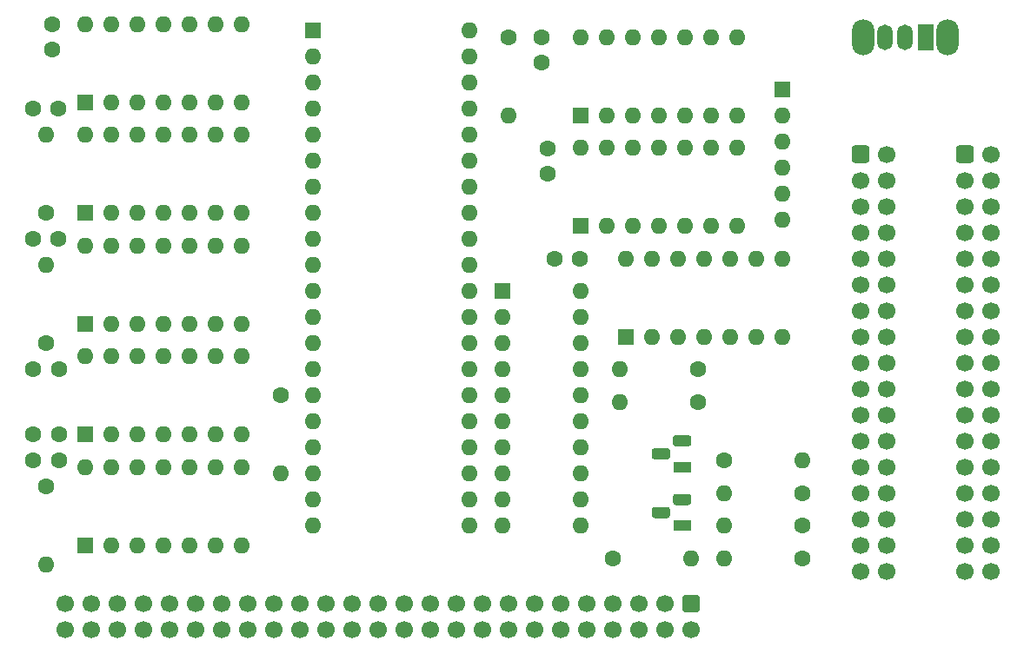
<source format=gbs>
G04 #@! TF.GenerationSoftware,KiCad,Pcbnew,(5.1.12)-1*
G04 #@! TF.CreationDate,2024-01-30T17:24:50+00:00*
G04 #@! TF.ProjectId,CPC-DDI20,4350432d-4444-4493-9230-2e6b69636164,rev?*
G04 #@! TF.SameCoordinates,Original*
G04 #@! TF.FileFunction,Soldermask,Bot*
G04 #@! TF.FilePolarity,Negative*
%FSLAX46Y46*%
G04 Gerber Fmt 4.6, Leading zero omitted, Abs format (unit mm)*
G04 Created by KiCad (PCBNEW (5.1.12)-1) date 2024-01-30 17:24:50*
%MOMM*%
%LPD*%
G01*
G04 APERTURE LIST*
%ADD10O,1.600000X1.600000*%
%ADD11R,1.600000X1.600000*%
%ADD12O,2.200000X3.500000*%
%ADD13O,1.500000X2.500000*%
%ADD14R,1.500000X2.500000*%
%ADD15C,1.600000*%
%ADD16C,1.700000*%
%ADD17R,1.800000X1.100000*%
G04 APERTURE END LIST*
D10*
X208915000Y-117475000D03*
X224155000Y-125095000D03*
X211455000Y-117475000D03*
X221615000Y-125095000D03*
X213995000Y-117475000D03*
X219075000Y-125095000D03*
X216535000Y-117475000D03*
X216535000Y-125095000D03*
X219075000Y-117475000D03*
X213995000Y-125095000D03*
X221615000Y-117475000D03*
X211455000Y-125095000D03*
X224155000Y-117475000D03*
D11*
X208915000Y-125095000D03*
D10*
X160655000Y-127000000D03*
X175895000Y-134620000D03*
X163195000Y-127000000D03*
X173355000Y-134620000D03*
X165735000Y-127000000D03*
X170815000Y-134620000D03*
X168275000Y-127000000D03*
X168275000Y-134620000D03*
X170815000Y-127000000D03*
X165735000Y-134620000D03*
X173355000Y-127000000D03*
X163195000Y-134620000D03*
X175895000Y-127000000D03*
D11*
X160655000Y-134620000D03*
D12*
X236470000Y-106680000D03*
X244670000Y-106680000D03*
D13*
X238570000Y-106680000D03*
X240570000Y-106680000D03*
D14*
X242570000Y-106680000D03*
D15*
X155615000Y-145415000D03*
X158115000Y-145415000D03*
D10*
X228600000Y-124460000D03*
X228600000Y-121920000D03*
X228600000Y-119380000D03*
X228600000Y-116840000D03*
X228600000Y-114300000D03*
D11*
X228600000Y-111760000D03*
D10*
X160655000Y-137795000D03*
X175895000Y-145415000D03*
X163195000Y-137795000D03*
X173355000Y-145415000D03*
X165735000Y-137795000D03*
X170815000Y-145415000D03*
X168275000Y-137795000D03*
X168275000Y-145415000D03*
X170815000Y-137795000D03*
X165735000Y-145415000D03*
X173355000Y-137795000D03*
X163195000Y-145415000D03*
X175895000Y-137795000D03*
D11*
X160655000Y-145415000D03*
D16*
X158750000Y-164465000D03*
X161290000Y-164465000D03*
X163830000Y-164465000D03*
X166370000Y-164465000D03*
X168910000Y-164465000D03*
X171450000Y-164465000D03*
X173990000Y-164465000D03*
X176530000Y-164465000D03*
X179070000Y-164465000D03*
X181610000Y-164465000D03*
X184150000Y-164465000D03*
X186690000Y-164465000D03*
X189230000Y-164465000D03*
X191770000Y-164465000D03*
X194310000Y-164465000D03*
X196850000Y-164465000D03*
X199390000Y-164465000D03*
X201930000Y-164465000D03*
X204470000Y-164465000D03*
X207010000Y-164465000D03*
X209550000Y-164465000D03*
X212090000Y-164465000D03*
X214630000Y-164465000D03*
X217170000Y-164465000D03*
X219710000Y-164465000D03*
X158750000Y-161925000D03*
X161290000Y-161925000D03*
X163830000Y-161925000D03*
X166370000Y-161925000D03*
X168910000Y-161925000D03*
X171450000Y-161925000D03*
X173990000Y-161925000D03*
X176530000Y-161925000D03*
X179070000Y-161925000D03*
X181610000Y-161925000D03*
X184150000Y-161925000D03*
X186690000Y-161925000D03*
X189230000Y-161925000D03*
X191770000Y-161925000D03*
X194310000Y-161925000D03*
X196850000Y-161925000D03*
X199390000Y-161925000D03*
X201930000Y-161925000D03*
X204470000Y-161925000D03*
X207010000Y-161925000D03*
X209550000Y-161925000D03*
X212090000Y-161925000D03*
X214630000Y-161925000D03*
X217170000Y-161925000D03*
G36*
G01*
X219110000Y-161075000D02*
X220310000Y-161075000D01*
G75*
G02*
X220560000Y-161325000I0J-250000D01*
G01*
X220560000Y-162525000D01*
G75*
G02*
X220310000Y-162775000I-250000J0D01*
G01*
X219110000Y-162775000D01*
G75*
G02*
X218860000Y-162525000I0J250000D01*
G01*
X218860000Y-161325000D01*
G75*
G02*
X219110000Y-161075000I250000J0D01*
G01*
G37*
D17*
X218840000Y-148590000D03*
G36*
G01*
X219465000Y-146600000D02*
X218215000Y-146600000D01*
G75*
G02*
X217940000Y-146325000I0J275000D01*
G01*
X217940000Y-145775000D01*
G75*
G02*
X218215000Y-145500000I275000J0D01*
G01*
X219465000Y-145500000D01*
G75*
G02*
X219740000Y-145775000I0J-275000D01*
G01*
X219740000Y-146325000D01*
G75*
G02*
X219465000Y-146600000I-275000J0D01*
G01*
G37*
G36*
G01*
X217395000Y-147870000D02*
X216145000Y-147870000D01*
G75*
G02*
X215870000Y-147595000I0J275000D01*
G01*
X215870000Y-147045000D01*
G75*
G02*
X216145000Y-146770000I275000J0D01*
G01*
X217395000Y-146770000D01*
G75*
G02*
X217670000Y-147045000I0J-275000D01*
G01*
X217670000Y-147595000D01*
G75*
G02*
X217395000Y-147870000I-275000J0D01*
G01*
G37*
X218840000Y-154305000D03*
G36*
G01*
X219465000Y-152315000D02*
X218215000Y-152315000D01*
G75*
G02*
X217940000Y-152040000I0J275000D01*
G01*
X217940000Y-151490000D01*
G75*
G02*
X218215000Y-151215000I275000J0D01*
G01*
X219465000Y-151215000D01*
G75*
G02*
X219740000Y-151490000I0J-275000D01*
G01*
X219740000Y-152040000D01*
G75*
G02*
X219465000Y-152315000I-275000J0D01*
G01*
G37*
G36*
G01*
X217395000Y-153585000D02*
X216145000Y-153585000D01*
G75*
G02*
X215870000Y-153310000I0J275000D01*
G01*
X215870000Y-152760000D01*
G75*
G02*
X216145000Y-152485000I275000J0D01*
G01*
X217395000Y-152485000D01*
G75*
G02*
X217670000Y-152760000I0J-275000D01*
G01*
X217670000Y-153310000D01*
G75*
G02*
X217395000Y-153585000I-275000J0D01*
G01*
G37*
D16*
X248920000Y-158750000D03*
X248920000Y-156210000D03*
X248920000Y-153670000D03*
X248920000Y-151130000D03*
X248920000Y-148590000D03*
X248920000Y-146050000D03*
X248920000Y-143510000D03*
X248920000Y-140970000D03*
X248920000Y-138430000D03*
X248920000Y-135890000D03*
X248920000Y-133350000D03*
X248920000Y-130810000D03*
X248920000Y-128270000D03*
X248920000Y-125730000D03*
X248920000Y-123190000D03*
X248920000Y-120650000D03*
X248920000Y-118110000D03*
X246380000Y-158750000D03*
X246380000Y-156210000D03*
X246380000Y-153670000D03*
X246380000Y-151130000D03*
X246380000Y-148590000D03*
X246380000Y-146050000D03*
X246380000Y-143510000D03*
X246380000Y-140970000D03*
X246380000Y-138430000D03*
X246380000Y-135890000D03*
X246380000Y-133350000D03*
X246380000Y-130810000D03*
X246380000Y-128270000D03*
X246380000Y-125730000D03*
X246380000Y-123190000D03*
X246380000Y-120650000D03*
G36*
G01*
X245530000Y-118710000D02*
X245530000Y-117510000D01*
G75*
G02*
X245780000Y-117260000I250000J0D01*
G01*
X246980000Y-117260000D01*
G75*
G02*
X247230000Y-117510000I0J-250000D01*
G01*
X247230000Y-118710000D01*
G75*
G02*
X246980000Y-118960000I-250000J0D01*
G01*
X245780000Y-118960000D01*
G75*
G02*
X245530000Y-118710000I0J250000D01*
G01*
G37*
X238760000Y-158750000D03*
X238760000Y-156210000D03*
X238760000Y-153670000D03*
X238760000Y-151130000D03*
X238760000Y-148590000D03*
X238760000Y-146050000D03*
X238760000Y-143510000D03*
X238760000Y-140970000D03*
X238760000Y-138430000D03*
X238760000Y-135890000D03*
X238760000Y-133350000D03*
X238760000Y-130810000D03*
X238760000Y-128270000D03*
X238760000Y-125730000D03*
X238760000Y-123190000D03*
X238760000Y-120650000D03*
X238760000Y-118110000D03*
X236220000Y-158750000D03*
X236220000Y-156210000D03*
X236220000Y-153670000D03*
X236220000Y-151130000D03*
X236220000Y-148590000D03*
X236220000Y-146050000D03*
X236220000Y-143510000D03*
X236220000Y-140970000D03*
X236220000Y-138430000D03*
X236220000Y-135890000D03*
X236220000Y-133350000D03*
X236220000Y-130810000D03*
X236220000Y-128270000D03*
X236220000Y-125730000D03*
X236220000Y-123190000D03*
X236220000Y-120650000D03*
G36*
G01*
X235370000Y-118710000D02*
X235370000Y-117510000D01*
G75*
G02*
X235620000Y-117260000I250000J0D01*
G01*
X236820000Y-117260000D01*
G75*
G02*
X237070000Y-117510000I0J-250000D01*
G01*
X237070000Y-118710000D01*
G75*
G02*
X236820000Y-118960000I-250000J0D01*
G01*
X235620000Y-118960000D01*
G75*
G02*
X235370000Y-118710000I0J250000D01*
G01*
G37*
D10*
X156845000Y-116205000D03*
D15*
X156845000Y-123825000D03*
X206375000Y-128310000D03*
X208875000Y-128310000D03*
X155575000Y-126325000D03*
X158075000Y-126325000D03*
X205105000Y-109180000D03*
X205105000Y-106680000D03*
X205740000Y-120015000D03*
X205740000Y-117515000D03*
D10*
X160655000Y-116205000D03*
X175895000Y-123825000D03*
X163195000Y-116205000D03*
X173355000Y-123825000D03*
X165735000Y-116205000D03*
X170815000Y-123825000D03*
X168275000Y-116205000D03*
X168275000Y-123825000D03*
X170815000Y-116205000D03*
X165735000Y-123825000D03*
X173355000Y-116205000D03*
X163195000Y-123825000D03*
X175895000Y-116205000D03*
D11*
X160655000Y-123825000D03*
D10*
X160655000Y-105410000D03*
X175895000Y-113030000D03*
X163195000Y-105410000D03*
X173355000Y-113030000D03*
X165735000Y-105410000D03*
X170815000Y-113030000D03*
X168275000Y-105410000D03*
X168275000Y-113030000D03*
X170815000Y-105410000D03*
X165735000Y-113030000D03*
X173355000Y-105410000D03*
X163195000Y-113030000D03*
X175895000Y-105410000D03*
D11*
X160655000Y-113030000D03*
D10*
X201930000Y-114300000D03*
D15*
X201930000Y-106680000D03*
D10*
X179705000Y-149225000D03*
D15*
X179705000Y-141605000D03*
D10*
X230505000Y-147955000D03*
D15*
X222885000Y-147955000D03*
D10*
X222885000Y-151130000D03*
D15*
X230505000Y-151130000D03*
D10*
X222885000Y-154305000D03*
D15*
X230505000Y-154305000D03*
D10*
X219710000Y-157480000D03*
D15*
X212090000Y-157480000D03*
D10*
X222885000Y-157480000D03*
D15*
X230505000Y-157480000D03*
D10*
X156845000Y-158115000D03*
D15*
X156845000Y-150495000D03*
D10*
X212725000Y-139065000D03*
D15*
X220345000Y-139065000D03*
D10*
X212725000Y-142240000D03*
D15*
X220345000Y-142240000D03*
D10*
X156845000Y-128905000D03*
D15*
X156845000Y-136525000D03*
D10*
X213360000Y-128270000D03*
X228600000Y-135890000D03*
X215900000Y-128270000D03*
X226060000Y-135890000D03*
X218440000Y-128270000D03*
X223520000Y-135890000D03*
X220980000Y-128270000D03*
X220980000Y-135890000D03*
X223520000Y-128270000D03*
X218440000Y-135890000D03*
X226060000Y-128270000D03*
X215900000Y-135890000D03*
X228600000Y-128270000D03*
D11*
X213360000Y-135890000D03*
D10*
X160655000Y-148590000D03*
X175895000Y-156210000D03*
X163195000Y-148590000D03*
X173355000Y-156210000D03*
X165735000Y-148590000D03*
X170815000Y-156210000D03*
X168275000Y-148590000D03*
X168275000Y-156210000D03*
X170815000Y-148590000D03*
X165735000Y-156210000D03*
X173355000Y-148590000D03*
X163195000Y-156210000D03*
X175895000Y-148590000D03*
D11*
X160655000Y-156210000D03*
D10*
X208915000Y-106680000D03*
X224155000Y-114300000D03*
X211455000Y-106680000D03*
X221615000Y-114300000D03*
X213995000Y-106680000D03*
X219075000Y-114300000D03*
X216535000Y-106680000D03*
X216535000Y-114300000D03*
X219075000Y-106680000D03*
X213995000Y-114300000D03*
X221615000Y-106680000D03*
X211455000Y-114300000D03*
X224155000Y-106680000D03*
D11*
X208915000Y-114300000D03*
D10*
X208915000Y-131445000D03*
X201295000Y-154305000D03*
X208915000Y-133985000D03*
X201295000Y-151765000D03*
X208915000Y-136525000D03*
X201295000Y-149225000D03*
X208915000Y-139065000D03*
X201295000Y-146685000D03*
X208915000Y-141605000D03*
X201295000Y-144145000D03*
X208915000Y-144145000D03*
X201295000Y-141605000D03*
X208915000Y-146685000D03*
X201295000Y-139065000D03*
X208915000Y-149225000D03*
X201295000Y-136525000D03*
X208915000Y-151765000D03*
X201295000Y-133985000D03*
X208915000Y-154305000D03*
D11*
X201295000Y-131445000D03*
D10*
X198120000Y-106045000D03*
X182880000Y-154305000D03*
X198120000Y-108585000D03*
X182880000Y-151765000D03*
X198120000Y-111125000D03*
X182880000Y-149225000D03*
X198120000Y-113665000D03*
X182880000Y-146685000D03*
X198120000Y-116205000D03*
X182880000Y-144145000D03*
X198120000Y-118745000D03*
X182880000Y-141605000D03*
X198120000Y-121285000D03*
X182880000Y-139065000D03*
X198120000Y-123825000D03*
X182880000Y-136525000D03*
X198120000Y-126365000D03*
X182880000Y-133985000D03*
X198120000Y-128905000D03*
X182880000Y-131445000D03*
X198120000Y-131445000D03*
X182880000Y-128905000D03*
X198120000Y-133985000D03*
X182880000Y-126365000D03*
X198120000Y-136525000D03*
X182880000Y-123825000D03*
X198120000Y-139065000D03*
X182880000Y-121285000D03*
X198120000Y-141605000D03*
X182880000Y-118745000D03*
X198120000Y-144145000D03*
X182880000Y-116205000D03*
X198120000Y-146685000D03*
X182880000Y-113665000D03*
X198120000Y-149225000D03*
X182880000Y-111125000D03*
X198120000Y-151765000D03*
X182880000Y-108585000D03*
X198120000Y-154305000D03*
D11*
X182880000Y-106045000D03*
D15*
X157480000Y-107910000D03*
X157480000Y-105410000D03*
X155575000Y-113665000D03*
X158075000Y-113665000D03*
X155615000Y-139065000D03*
X158115000Y-139065000D03*
X155615000Y-147955000D03*
X158115000Y-147955000D03*
M02*

</source>
